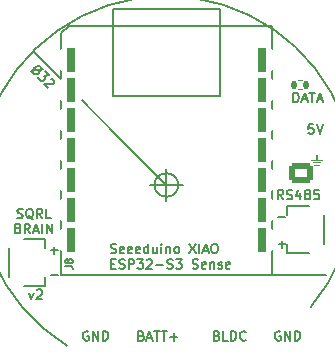
<source format=gto>
G04 #@! TF.GenerationSoftware,KiCad,Pcbnew,7.0.7*
G04 #@! TF.CreationDate,2024-03-10T21:17:58-05:00*
G04 #@! TF.ProjectId,squirrelbrain,73717569-7272-4656-9c62-7261696e2e6b,1*
G04 #@! TF.SameCoordinates,Original*
G04 #@! TF.FileFunction,Legend,Top*
G04 #@! TF.FilePolarity,Positive*
%FSLAX46Y46*%
G04 Gerber Fmt 4.6, Leading zero omitted, Abs format (unit mm)*
G04 Created by KiCad (PCBNEW 7.0.7) date 2024-03-10 21:17:58*
%MOMM*%
%LPD*%
G01*
G04 APERTURE LIST*
G04 Aperture macros list*
%AMRoundRect*
0 Rectangle with rounded corners*
0 $1 Rounding radius*
0 $2 $3 $4 $5 $6 $7 $8 $9 X,Y pos of 4 corners*
0 Add a 4 corners polygon primitive as box body*
4,1,4,$2,$3,$4,$5,$6,$7,$8,$9,$2,$3,0*
0 Add four circle primitives for the rounded corners*
1,1,$1+$1,$2,$3*
1,1,$1+$1,$4,$5*
1,1,$1+$1,$6,$7*
1,1,$1+$1,$8,$9*
0 Add four rect primitives between the rounded corners*
20,1,$1+$1,$2,$3,$4,$5,0*
20,1,$1+$1,$4,$5,$6,$7,0*
20,1,$1+$1,$6,$7,$8,$9,0*
20,1,$1+$1,$8,$9,$2,$3,0*%
G04 Aperture macros list end*
%ADD10C,0.150000*%
%ADD11C,0.120000*%
%ADD12C,0.127000*%
%ADD13RoundRect,0.135000X0.135000X0.185000X-0.135000X0.185000X-0.135000X-0.185000X0.135000X-0.185000X0*%
%ADD14R,0.800000X0.300000*%
%ADD15R,0.800000X0.400000*%
%ADD16RoundRect,1.000000X-0.375000X0.000000X0.375000X0.000000X0.375000X0.000000X-0.375000X0.000000X0*%
%ADD17R,1.700000X1.700000*%
%ADD18O,1.700000X1.700000*%
%ADD19R,3.800000X3.800000*%
%ADD20C,3.800000*%
%ADD21RoundRect,0.250000X0.725000X-0.600000X0.725000X0.600000X-0.725000X0.600000X-0.725000X-0.600000X0*%
%ADD22O,1.950000X1.700000*%
G04 APERTURE END LIST*
D10*
X59873809Y-51219296D02*
X59607142Y-50838343D01*
X59416666Y-51219296D02*
X59416666Y-50419296D01*
X59416666Y-50419296D02*
X59721428Y-50419296D01*
X59721428Y-50419296D02*
X59797618Y-50457391D01*
X59797618Y-50457391D02*
X59835713Y-50495486D01*
X59835713Y-50495486D02*
X59873809Y-50571677D01*
X59873809Y-50571677D02*
X59873809Y-50685962D01*
X59873809Y-50685962D02*
X59835713Y-50762153D01*
X59835713Y-50762153D02*
X59797618Y-50800248D01*
X59797618Y-50800248D02*
X59721428Y-50838343D01*
X59721428Y-50838343D02*
X59416666Y-50838343D01*
X60178570Y-51181201D02*
X60292856Y-51219296D01*
X60292856Y-51219296D02*
X60483332Y-51219296D01*
X60483332Y-51219296D02*
X60559523Y-51181201D01*
X60559523Y-51181201D02*
X60597618Y-51143105D01*
X60597618Y-51143105D02*
X60635713Y-51066915D01*
X60635713Y-51066915D02*
X60635713Y-50990724D01*
X60635713Y-50990724D02*
X60597618Y-50914534D01*
X60597618Y-50914534D02*
X60559523Y-50876439D01*
X60559523Y-50876439D02*
X60483332Y-50838343D01*
X60483332Y-50838343D02*
X60330951Y-50800248D01*
X60330951Y-50800248D02*
X60254761Y-50762153D01*
X60254761Y-50762153D02*
X60216666Y-50724058D01*
X60216666Y-50724058D02*
X60178570Y-50647867D01*
X60178570Y-50647867D02*
X60178570Y-50571677D01*
X60178570Y-50571677D02*
X60216666Y-50495486D01*
X60216666Y-50495486D02*
X60254761Y-50457391D01*
X60254761Y-50457391D02*
X60330951Y-50419296D01*
X60330951Y-50419296D02*
X60521428Y-50419296D01*
X60521428Y-50419296D02*
X60635713Y-50457391D01*
X61321428Y-50685962D02*
X61321428Y-51219296D01*
X61130952Y-50381201D02*
X60940475Y-50952629D01*
X60940475Y-50952629D02*
X61435714Y-50952629D01*
X61854761Y-50762153D02*
X61778571Y-50724058D01*
X61778571Y-50724058D02*
X61740476Y-50685962D01*
X61740476Y-50685962D02*
X61702380Y-50609772D01*
X61702380Y-50609772D02*
X61702380Y-50571677D01*
X61702380Y-50571677D02*
X61740476Y-50495486D01*
X61740476Y-50495486D02*
X61778571Y-50457391D01*
X61778571Y-50457391D02*
X61854761Y-50419296D01*
X61854761Y-50419296D02*
X62007142Y-50419296D01*
X62007142Y-50419296D02*
X62083333Y-50457391D01*
X62083333Y-50457391D02*
X62121428Y-50495486D01*
X62121428Y-50495486D02*
X62159523Y-50571677D01*
X62159523Y-50571677D02*
X62159523Y-50609772D01*
X62159523Y-50609772D02*
X62121428Y-50685962D01*
X62121428Y-50685962D02*
X62083333Y-50724058D01*
X62083333Y-50724058D02*
X62007142Y-50762153D01*
X62007142Y-50762153D02*
X61854761Y-50762153D01*
X61854761Y-50762153D02*
X61778571Y-50800248D01*
X61778571Y-50800248D02*
X61740476Y-50838343D01*
X61740476Y-50838343D02*
X61702380Y-50914534D01*
X61702380Y-50914534D02*
X61702380Y-51066915D01*
X61702380Y-51066915D02*
X61740476Y-51143105D01*
X61740476Y-51143105D02*
X61778571Y-51181201D01*
X61778571Y-51181201D02*
X61854761Y-51219296D01*
X61854761Y-51219296D02*
X62007142Y-51219296D01*
X62007142Y-51219296D02*
X62083333Y-51181201D01*
X62083333Y-51181201D02*
X62121428Y-51143105D01*
X62121428Y-51143105D02*
X62159523Y-51066915D01*
X62159523Y-51066915D02*
X62159523Y-50914534D01*
X62159523Y-50914534D02*
X62121428Y-50838343D01*
X62121428Y-50838343D02*
X62083333Y-50800248D01*
X62083333Y-50800248D02*
X62007142Y-50762153D01*
X62883333Y-50419296D02*
X62502381Y-50419296D01*
X62502381Y-50419296D02*
X62464285Y-50800248D01*
X62464285Y-50800248D02*
X62502381Y-50762153D01*
X62502381Y-50762153D02*
X62578571Y-50724058D01*
X62578571Y-50724058D02*
X62769047Y-50724058D01*
X62769047Y-50724058D02*
X62845238Y-50762153D01*
X62845238Y-50762153D02*
X62883333Y-50800248D01*
X62883333Y-50800248D02*
X62921428Y-50876439D01*
X62921428Y-50876439D02*
X62921428Y-51066915D01*
X62921428Y-51066915D02*
X62883333Y-51143105D01*
X62883333Y-51143105D02*
X62845238Y-51181201D01*
X62845238Y-51181201D02*
X62769047Y-51219296D01*
X62769047Y-51219296D02*
X62578571Y-51219296D01*
X62578571Y-51219296D02*
X62502381Y-51181201D01*
X62502381Y-51181201D02*
X62464285Y-51143105D01*
X60079761Y-52685467D02*
X59470238Y-52685467D01*
X60104761Y-55010467D02*
X59495238Y-55010467D01*
X59799999Y-54705705D02*
X59799999Y-55315229D01*
X40245238Y-57589534D02*
X40854762Y-57589534D01*
X40195238Y-55539534D02*
X40804762Y-55539534D01*
X40500000Y-55844296D02*
X40500000Y-55234772D01*
X38378571Y-59110962D02*
X38569047Y-59644296D01*
X38569047Y-59644296D02*
X38759524Y-59110962D01*
X39026190Y-58920486D02*
X39064286Y-58882391D01*
X39064286Y-58882391D02*
X39140476Y-58844296D01*
X39140476Y-58844296D02*
X39330952Y-58844296D01*
X39330952Y-58844296D02*
X39407143Y-58882391D01*
X39407143Y-58882391D02*
X39445238Y-58920486D01*
X39445238Y-58920486D02*
X39483333Y-58996677D01*
X39483333Y-58996677D02*
X39483333Y-59072867D01*
X39483333Y-59072867D02*
X39445238Y-59187153D01*
X39445238Y-59187153D02*
X38988095Y-59644296D01*
X38988095Y-59644296D02*
X39483333Y-59644296D01*
X51000000Y-50000001D02*
G75*
G03*
X51000000Y-50000001I-1000000J0D01*
G01*
X38725000Y-38675000D02*
X50000000Y-50000001D01*
X62199999Y-60349999D02*
G75*
G03*
X41574640Y-63600580I-12199999J10349999D01*
G01*
X48637500Y-50000001D02*
X51362500Y-50000001D01*
X50000000Y-48625000D02*
X50000000Y-51350000D01*
X58902500Y-57650000D02*
X63525000Y-57650000D01*
X43383207Y-62407390D02*
X43307017Y-62369295D01*
X43307017Y-62369295D02*
X43192731Y-62369295D01*
X43192731Y-62369295D02*
X43078445Y-62407390D01*
X43078445Y-62407390D02*
X43002255Y-62483580D01*
X43002255Y-62483580D02*
X42964160Y-62559771D01*
X42964160Y-62559771D02*
X42926064Y-62712152D01*
X42926064Y-62712152D02*
X42926064Y-62826438D01*
X42926064Y-62826438D02*
X42964160Y-62978819D01*
X42964160Y-62978819D02*
X43002255Y-63055009D01*
X43002255Y-63055009D02*
X43078445Y-63131200D01*
X43078445Y-63131200D02*
X43192731Y-63169295D01*
X43192731Y-63169295D02*
X43268922Y-63169295D01*
X43268922Y-63169295D02*
X43383207Y-63131200D01*
X43383207Y-63131200D02*
X43421303Y-63093104D01*
X43421303Y-63093104D02*
X43421303Y-62826438D01*
X43421303Y-62826438D02*
X43268922Y-62826438D01*
X43764160Y-63169295D02*
X43764160Y-62369295D01*
X43764160Y-62369295D02*
X44221303Y-63169295D01*
X44221303Y-63169295D02*
X44221303Y-62369295D01*
X44602255Y-63169295D02*
X44602255Y-62369295D01*
X44602255Y-62369295D02*
X44792731Y-62369295D01*
X44792731Y-62369295D02*
X44907017Y-62407390D01*
X44907017Y-62407390D02*
X44983207Y-62483580D01*
X44983207Y-62483580D02*
X45021302Y-62559771D01*
X45021302Y-62559771D02*
X45059398Y-62712152D01*
X45059398Y-62712152D02*
X45059398Y-62826438D01*
X45059398Y-62826438D02*
X45021302Y-62978819D01*
X45021302Y-62978819D02*
X44983207Y-63055009D01*
X44983207Y-63055009D02*
X44907017Y-63131200D01*
X44907017Y-63131200D02*
X44792731Y-63169295D01*
X44792731Y-63169295D02*
X44602255Y-63169295D01*
X59633207Y-62407390D02*
X59557017Y-62369295D01*
X59557017Y-62369295D02*
X59442731Y-62369295D01*
X59442731Y-62369295D02*
X59328445Y-62407390D01*
X59328445Y-62407390D02*
X59252255Y-62483580D01*
X59252255Y-62483580D02*
X59214160Y-62559771D01*
X59214160Y-62559771D02*
X59176064Y-62712152D01*
X59176064Y-62712152D02*
X59176064Y-62826438D01*
X59176064Y-62826438D02*
X59214160Y-62978819D01*
X59214160Y-62978819D02*
X59252255Y-63055009D01*
X59252255Y-63055009D02*
X59328445Y-63131200D01*
X59328445Y-63131200D02*
X59442731Y-63169295D01*
X59442731Y-63169295D02*
X59518922Y-63169295D01*
X59518922Y-63169295D02*
X59633207Y-63131200D01*
X59633207Y-63131200D02*
X59671303Y-63093104D01*
X59671303Y-63093104D02*
X59671303Y-62826438D01*
X59671303Y-62826438D02*
X59518922Y-62826438D01*
X60014160Y-63169295D02*
X60014160Y-62369295D01*
X60014160Y-62369295D02*
X60471303Y-63169295D01*
X60471303Y-63169295D02*
X60471303Y-62369295D01*
X60852255Y-63169295D02*
X60852255Y-62369295D01*
X60852255Y-62369295D02*
X61042731Y-62369295D01*
X61042731Y-62369295D02*
X61157017Y-62407390D01*
X61157017Y-62407390D02*
X61233207Y-62483580D01*
X61233207Y-62483580D02*
X61271302Y-62559771D01*
X61271302Y-62559771D02*
X61309398Y-62712152D01*
X61309398Y-62712152D02*
X61309398Y-62826438D01*
X61309398Y-62826438D02*
X61271302Y-62978819D01*
X61271302Y-62978819D02*
X61233207Y-63055009D01*
X61233207Y-63055009D02*
X61157017Y-63131200D01*
X61157017Y-63131200D02*
X61042731Y-63169295D01*
X61042731Y-63169295D02*
X60852255Y-63169295D01*
X62445112Y-44844295D02*
X62064160Y-44844295D01*
X62064160Y-44844295D02*
X62026064Y-45225247D01*
X62026064Y-45225247D02*
X62064160Y-45187152D01*
X62064160Y-45187152D02*
X62140350Y-45149057D01*
X62140350Y-45149057D02*
X62330826Y-45149057D01*
X62330826Y-45149057D02*
X62407017Y-45187152D01*
X62407017Y-45187152D02*
X62445112Y-45225247D01*
X62445112Y-45225247D02*
X62483207Y-45301438D01*
X62483207Y-45301438D02*
X62483207Y-45491914D01*
X62483207Y-45491914D02*
X62445112Y-45568104D01*
X62445112Y-45568104D02*
X62407017Y-45606200D01*
X62407017Y-45606200D02*
X62330826Y-45644295D01*
X62330826Y-45644295D02*
X62140350Y-45644295D01*
X62140350Y-45644295D02*
X62064160Y-45606200D01*
X62064160Y-45606200D02*
X62026064Y-45568104D01*
X62711779Y-44844295D02*
X62978446Y-45644295D01*
X62978446Y-45644295D02*
X63245112Y-44844295D01*
X39517181Y-40211322D02*
X38520497Y-40346009D01*
X38682121Y-40507633D02*
X38655184Y-40426821D01*
X38655184Y-40426821D02*
X38655184Y-40319072D01*
X38655184Y-40319072D02*
X38735996Y-40184385D01*
X38735996Y-40184385D02*
X38924558Y-39995823D01*
X38924558Y-39995823D02*
X39059245Y-39915011D01*
X39059245Y-39915011D02*
X39166995Y-39915011D01*
X39166995Y-39915011D02*
X39247807Y-39941948D01*
X39247807Y-39941948D02*
X39355557Y-40049698D01*
X39355557Y-40049698D02*
X39382494Y-40130510D01*
X39382494Y-40130510D02*
X39382494Y-40238259D01*
X39382494Y-40238259D02*
X39301682Y-40372946D01*
X39301682Y-40372946D02*
X39113120Y-40561508D01*
X39113120Y-40561508D02*
X38978433Y-40642320D01*
X38978433Y-40642320D02*
X38870683Y-40642320D01*
X38870683Y-40642320D02*
X38789871Y-40615383D01*
X38789871Y-40615383D02*
X38682121Y-40507633D01*
X39678805Y-40372946D02*
X40028991Y-40723132D01*
X40028991Y-40723132D02*
X39624930Y-40750070D01*
X39624930Y-40750070D02*
X39705743Y-40830882D01*
X39705743Y-40830882D02*
X39732680Y-40911694D01*
X39732680Y-40911694D02*
X39732680Y-40965569D01*
X39732680Y-40965569D02*
X39705743Y-41046381D01*
X39705743Y-41046381D02*
X39571056Y-41181068D01*
X39571056Y-41181068D02*
X39490243Y-41208006D01*
X39490243Y-41208006D02*
X39436369Y-41208006D01*
X39436369Y-41208006D02*
X39355556Y-41181068D01*
X39355556Y-41181068D02*
X39193932Y-41019444D01*
X39193932Y-41019444D02*
X39166995Y-40938632D01*
X39166995Y-40938632D02*
X39166995Y-40884757D01*
X40190616Y-40992507D02*
X40244491Y-40992507D01*
X40244491Y-40992507D02*
X40325303Y-41019444D01*
X40325303Y-41019444D02*
X40459990Y-41154131D01*
X40459990Y-41154131D02*
X40486927Y-41234943D01*
X40486927Y-41234943D02*
X40486927Y-41288818D01*
X40486927Y-41288818D02*
X40459990Y-41369630D01*
X40459990Y-41369630D02*
X40406115Y-41423505D01*
X40406115Y-41423505D02*
X40298366Y-41477380D01*
X40298366Y-41477380D02*
X39651868Y-41477380D01*
X39651868Y-41477380D02*
X40002054Y-41827566D01*
X60739160Y-42969295D02*
X60739160Y-42169295D01*
X60739160Y-42169295D02*
X60929636Y-42169295D01*
X60929636Y-42169295D02*
X61043922Y-42207390D01*
X61043922Y-42207390D02*
X61120112Y-42283580D01*
X61120112Y-42283580D02*
X61158207Y-42359771D01*
X61158207Y-42359771D02*
X61196303Y-42512152D01*
X61196303Y-42512152D02*
X61196303Y-42626438D01*
X61196303Y-42626438D02*
X61158207Y-42778819D01*
X61158207Y-42778819D02*
X61120112Y-42855009D01*
X61120112Y-42855009D02*
X61043922Y-42931200D01*
X61043922Y-42931200D02*
X60929636Y-42969295D01*
X60929636Y-42969295D02*
X60739160Y-42969295D01*
X61501064Y-42740723D02*
X61882017Y-42740723D01*
X61424874Y-42969295D02*
X61691541Y-42169295D01*
X61691541Y-42169295D02*
X61958207Y-42969295D01*
X62110588Y-42169295D02*
X62567731Y-42169295D01*
X62339159Y-42969295D02*
X62339159Y-42169295D01*
X62796302Y-42740723D02*
X63177255Y-42740723D01*
X62720112Y-42969295D02*
X62986779Y-42169295D01*
X62986779Y-42169295D02*
X63253445Y-42969295D01*
X47880826Y-62750247D02*
X47995112Y-62788342D01*
X47995112Y-62788342D02*
X48033207Y-62826438D01*
X48033207Y-62826438D02*
X48071303Y-62902628D01*
X48071303Y-62902628D02*
X48071303Y-63016914D01*
X48071303Y-63016914D02*
X48033207Y-63093104D01*
X48033207Y-63093104D02*
X47995112Y-63131200D01*
X47995112Y-63131200D02*
X47918922Y-63169295D01*
X47918922Y-63169295D02*
X47614160Y-63169295D01*
X47614160Y-63169295D02*
X47614160Y-62369295D01*
X47614160Y-62369295D02*
X47880826Y-62369295D01*
X47880826Y-62369295D02*
X47957017Y-62407390D01*
X47957017Y-62407390D02*
X47995112Y-62445485D01*
X47995112Y-62445485D02*
X48033207Y-62521676D01*
X48033207Y-62521676D02*
X48033207Y-62597866D01*
X48033207Y-62597866D02*
X47995112Y-62674057D01*
X47995112Y-62674057D02*
X47957017Y-62712152D01*
X47957017Y-62712152D02*
X47880826Y-62750247D01*
X47880826Y-62750247D02*
X47614160Y-62750247D01*
X48376064Y-62940723D02*
X48757017Y-62940723D01*
X48299874Y-63169295D02*
X48566541Y-62369295D01*
X48566541Y-62369295D02*
X48833207Y-63169295D01*
X48985588Y-62369295D02*
X49442731Y-62369295D01*
X49214159Y-63169295D02*
X49214159Y-62369295D01*
X49595112Y-62369295D02*
X50052255Y-62369295D01*
X49823683Y-63169295D02*
X49823683Y-62369295D01*
X50318922Y-62864533D02*
X50928446Y-62864533D01*
X50623684Y-63169295D02*
X50623684Y-62559771D01*
X37378571Y-52768201D02*
X37492857Y-52806296D01*
X37492857Y-52806296D02*
X37683333Y-52806296D01*
X37683333Y-52806296D02*
X37759524Y-52768201D01*
X37759524Y-52768201D02*
X37797619Y-52730105D01*
X37797619Y-52730105D02*
X37835714Y-52653915D01*
X37835714Y-52653915D02*
X37835714Y-52577724D01*
X37835714Y-52577724D02*
X37797619Y-52501534D01*
X37797619Y-52501534D02*
X37759524Y-52463439D01*
X37759524Y-52463439D02*
X37683333Y-52425343D01*
X37683333Y-52425343D02*
X37530952Y-52387248D01*
X37530952Y-52387248D02*
X37454762Y-52349153D01*
X37454762Y-52349153D02*
X37416667Y-52311058D01*
X37416667Y-52311058D02*
X37378571Y-52234867D01*
X37378571Y-52234867D02*
X37378571Y-52158677D01*
X37378571Y-52158677D02*
X37416667Y-52082486D01*
X37416667Y-52082486D02*
X37454762Y-52044391D01*
X37454762Y-52044391D02*
X37530952Y-52006296D01*
X37530952Y-52006296D02*
X37721429Y-52006296D01*
X37721429Y-52006296D02*
X37835714Y-52044391D01*
X38711905Y-52882486D02*
X38635715Y-52844391D01*
X38635715Y-52844391D02*
X38559524Y-52768201D01*
X38559524Y-52768201D02*
X38445238Y-52653915D01*
X38445238Y-52653915D02*
X38369048Y-52615820D01*
X38369048Y-52615820D02*
X38292857Y-52615820D01*
X38330953Y-52806296D02*
X38254762Y-52768201D01*
X38254762Y-52768201D02*
X38178572Y-52692010D01*
X38178572Y-52692010D02*
X38140476Y-52539629D01*
X38140476Y-52539629D02*
X38140476Y-52272962D01*
X38140476Y-52272962D02*
X38178572Y-52120581D01*
X38178572Y-52120581D02*
X38254762Y-52044391D01*
X38254762Y-52044391D02*
X38330953Y-52006296D01*
X38330953Y-52006296D02*
X38483334Y-52006296D01*
X38483334Y-52006296D02*
X38559524Y-52044391D01*
X38559524Y-52044391D02*
X38635715Y-52120581D01*
X38635715Y-52120581D02*
X38673810Y-52272962D01*
X38673810Y-52272962D02*
X38673810Y-52539629D01*
X38673810Y-52539629D02*
X38635715Y-52692010D01*
X38635715Y-52692010D02*
X38559524Y-52768201D01*
X38559524Y-52768201D02*
X38483334Y-52806296D01*
X38483334Y-52806296D02*
X38330953Y-52806296D01*
X39473810Y-52806296D02*
X39207143Y-52425343D01*
X39016667Y-52806296D02*
X39016667Y-52006296D01*
X39016667Y-52006296D02*
X39321429Y-52006296D01*
X39321429Y-52006296D02*
X39397619Y-52044391D01*
X39397619Y-52044391D02*
X39435714Y-52082486D01*
X39435714Y-52082486D02*
X39473810Y-52158677D01*
X39473810Y-52158677D02*
X39473810Y-52272962D01*
X39473810Y-52272962D02*
X39435714Y-52349153D01*
X39435714Y-52349153D02*
X39397619Y-52387248D01*
X39397619Y-52387248D02*
X39321429Y-52425343D01*
X39321429Y-52425343D02*
X39016667Y-52425343D01*
X40197619Y-52806296D02*
X39816667Y-52806296D01*
X39816667Y-52806296D02*
X39816667Y-52006296D01*
X37454762Y-53675248D02*
X37569048Y-53713343D01*
X37569048Y-53713343D02*
X37607143Y-53751439D01*
X37607143Y-53751439D02*
X37645239Y-53827629D01*
X37645239Y-53827629D02*
X37645239Y-53941915D01*
X37645239Y-53941915D02*
X37607143Y-54018105D01*
X37607143Y-54018105D02*
X37569048Y-54056201D01*
X37569048Y-54056201D02*
X37492858Y-54094296D01*
X37492858Y-54094296D02*
X37188096Y-54094296D01*
X37188096Y-54094296D02*
X37188096Y-53294296D01*
X37188096Y-53294296D02*
X37454762Y-53294296D01*
X37454762Y-53294296D02*
X37530953Y-53332391D01*
X37530953Y-53332391D02*
X37569048Y-53370486D01*
X37569048Y-53370486D02*
X37607143Y-53446677D01*
X37607143Y-53446677D02*
X37607143Y-53522867D01*
X37607143Y-53522867D02*
X37569048Y-53599058D01*
X37569048Y-53599058D02*
X37530953Y-53637153D01*
X37530953Y-53637153D02*
X37454762Y-53675248D01*
X37454762Y-53675248D02*
X37188096Y-53675248D01*
X38445239Y-54094296D02*
X38178572Y-53713343D01*
X37988096Y-54094296D02*
X37988096Y-53294296D01*
X37988096Y-53294296D02*
X38292858Y-53294296D01*
X38292858Y-53294296D02*
X38369048Y-53332391D01*
X38369048Y-53332391D02*
X38407143Y-53370486D01*
X38407143Y-53370486D02*
X38445239Y-53446677D01*
X38445239Y-53446677D02*
X38445239Y-53560962D01*
X38445239Y-53560962D02*
X38407143Y-53637153D01*
X38407143Y-53637153D02*
X38369048Y-53675248D01*
X38369048Y-53675248D02*
X38292858Y-53713343D01*
X38292858Y-53713343D02*
X37988096Y-53713343D01*
X38750000Y-53865724D02*
X39130953Y-53865724D01*
X38673810Y-54094296D02*
X38940477Y-53294296D01*
X38940477Y-53294296D02*
X39207143Y-54094296D01*
X39473810Y-54094296D02*
X39473810Y-53294296D01*
X39854762Y-54094296D02*
X39854762Y-53294296D01*
X39854762Y-53294296D02*
X40311905Y-54094296D01*
X40311905Y-54094296D02*
X40311905Y-53294296D01*
X45276064Y-55743201D02*
X45390350Y-55781296D01*
X45390350Y-55781296D02*
X45580826Y-55781296D01*
X45580826Y-55781296D02*
X45657017Y-55743201D01*
X45657017Y-55743201D02*
X45695112Y-55705105D01*
X45695112Y-55705105D02*
X45733207Y-55628915D01*
X45733207Y-55628915D02*
X45733207Y-55552724D01*
X45733207Y-55552724D02*
X45695112Y-55476534D01*
X45695112Y-55476534D02*
X45657017Y-55438439D01*
X45657017Y-55438439D02*
X45580826Y-55400343D01*
X45580826Y-55400343D02*
X45428445Y-55362248D01*
X45428445Y-55362248D02*
X45352255Y-55324153D01*
X45352255Y-55324153D02*
X45314160Y-55286058D01*
X45314160Y-55286058D02*
X45276064Y-55209867D01*
X45276064Y-55209867D02*
X45276064Y-55133677D01*
X45276064Y-55133677D02*
X45314160Y-55057486D01*
X45314160Y-55057486D02*
X45352255Y-55019391D01*
X45352255Y-55019391D02*
X45428445Y-54981296D01*
X45428445Y-54981296D02*
X45618922Y-54981296D01*
X45618922Y-54981296D02*
X45733207Y-55019391D01*
X46380827Y-55743201D02*
X46304636Y-55781296D01*
X46304636Y-55781296D02*
X46152255Y-55781296D01*
X46152255Y-55781296D02*
X46076065Y-55743201D01*
X46076065Y-55743201D02*
X46037969Y-55667010D01*
X46037969Y-55667010D02*
X46037969Y-55362248D01*
X46037969Y-55362248D02*
X46076065Y-55286058D01*
X46076065Y-55286058D02*
X46152255Y-55247962D01*
X46152255Y-55247962D02*
X46304636Y-55247962D01*
X46304636Y-55247962D02*
X46380827Y-55286058D01*
X46380827Y-55286058D02*
X46418922Y-55362248D01*
X46418922Y-55362248D02*
X46418922Y-55438439D01*
X46418922Y-55438439D02*
X46037969Y-55514629D01*
X47066541Y-55743201D02*
X46990350Y-55781296D01*
X46990350Y-55781296D02*
X46837969Y-55781296D01*
X46837969Y-55781296D02*
X46761779Y-55743201D01*
X46761779Y-55743201D02*
X46723683Y-55667010D01*
X46723683Y-55667010D02*
X46723683Y-55362248D01*
X46723683Y-55362248D02*
X46761779Y-55286058D01*
X46761779Y-55286058D02*
X46837969Y-55247962D01*
X46837969Y-55247962D02*
X46990350Y-55247962D01*
X46990350Y-55247962D02*
X47066541Y-55286058D01*
X47066541Y-55286058D02*
X47104636Y-55362248D01*
X47104636Y-55362248D02*
X47104636Y-55438439D01*
X47104636Y-55438439D02*
X46723683Y-55514629D01*
X47752255Y-55743201D02*
X47676064Y-55781296D01*
X47676064Y-55781296D02*
X47523683Y-55781296D01*
X47523683Y-55781296D02*
X47447493Y-55743201D01*
X47447493Y-55743201D02*
X47409397Y-55667010D01*
X47409397Y-55667010D02*
X47409397Y-55362248D01*
X47409397Y-55362248D02*
X47447493Y-55286058D01*
X47447493Y-55286058D02*
X47523683Y-55247962D01*
X47523683Y-55247962D02*
X47676064Y-55247962D01*
X47676064Y-55247962D02*
X47752255Y-55286058D01*
X47752255Y-55286058D02*
X47790350Y-55362248D01*
X47790350Y-55362248D02*
X47790350Y-55438439D01*
X47790350Y-55438439D02*
X47409397Y-55514629D01*
X48476064Y-55781296D02*
X48476064Y-54981296D01*
X48476064Y-55743201D02*
X48399873Y-55781296D01*
X48399873Y-55781296D02*
X48247492Y-55781296D01*
X48247492Y-55781296D02*
X48171302Y-55743201D01*
X48171302Y-55743201D02*
X48133207Y-55705105D01*
X48133207Y-55705105D02*
X48095111Y-55628915D01*
X48095111Y-55628915D02*
X48095111Y-55400343D01*
X48095111Y-55400343D02*
X48133207Y-55324153D01*
X48133207Y-55324153D02*
X48171302Y-55286058D01*
X48171302Y-55286058D02*
X48247492Y-55247962D01*
X48247492Y-55247962D02*
X48399873Y-55247962D01*
X48399873Y-55247962D02*
X48476064Y-55286058D01*
X49199874Y-55247962D02*
X49199874Y-55781296D01*
X48857017Y-55247962D02*
X48857017Y-55667010D01*
X48857017Y-55667010D02*
X48895112Y-55743201D01*
X48895112Y-55743201D02*
X48971302Y-55781296D01*
X48971302Y-55781296D02*
X49085588Y-55781296D01*
X49085588Y-55781296D02*
X49161779Y-55743201D01*
X49161779Y-55743201D02*
X49199874Y-55705105D01*
X49580827Y-55781296D02*
X49580827Y-55247962D01*
X49580827Y-54981296D02*
X49542731Y-55019391D01*
X49542731Y-55019391D02*
X49580827Y-55057486D01*
X49580827Y-55057486D02*
X49618922Y-55019391D01*
X49618922Y-55019391D02*
X49580827Y-54981296D01*
X49580827Y-54981296D02*
X49580827Y-55057486D01*
X49961779Y-55247962D02*
X49961779Y-55781296D01*
X49961779Y-55324153D02*
X49999874Y-55286058D01*
X49999874Y-55286058D02*
X50076064Y-55247962D01*
X50076064Y-55247962D02*
X50190350Y-55247962D01*
X50190350Y-55247962D02*
X50266541Y-55286058D01*
X50266541Y-55286058D02*
X50304636Y-55362248D01*
X50304636Y-55362248D02*
X50304636Y-55781296D01*
X50799874Y-55781296D02*
X50723684Y-55743201D01*
X50723684Y-55743201D02*
X50685589Y-55705105D01*
X50685589Y-55705105D02*
X50647493Y-55628915D01*
X50647493Y-55628915D02*
X50647493Y-55400343D01*
X50647493Y-55400343D02*
X50685589Y-55324153D01*
X50685589Y-55324153D02*
X50723684Y-55286058D01*
X50723684Y-55286058D02*
X50799874Y-55247962D01*
X50799874Y-55247962D02*
X50914160Y-55247962D01*
X50914160Y-55247962D02*
X50990351Y-55286058D01*
X50990351Y-55286058D02*
X51028446Y-55324153D01*
X51028446Y-55324153D02*
X51066541Y-55400343D01*
X51066541Y-55400343D02*
X51066541Y-55628915D01*
X51066541Y-55628915D02*
X51028446Y-55705105D01*
X51028446Y-55705105D02*
X50990351Y-55743201D01*
X50990351Y-55743201D02*
X50914160Y-55781296D01*
X50914160Y-55781296D02*
X50799874Y-55781296D01*
X51942732Y-54981296D02*
X52476066Y-55781296D01*
X52476066Y-54981296D02*
X51942732Y-55781296D01*
X52780828Y-55781296D02*
X52780828Y-54981296D01*
X53123684Y-55552724D02*
X53504637Y-55552724D01*
X53047494Y-55781296D02*
X53314161Y-54981296D01*
X53314161Y-54981296D02*
X53580827Y-55781296D01*
X53999875Y-54981296D02*
X54152256Y-54981296D01*
X54152256Y-54981296D02*
X54228446Y-55019391D01*
X54228446Y-55019391D02*
X54304637Y-55095581D01*
X54304637Y-55095581D02*
X54342732Y-55247962D01*
X54342732Y-55247962D02*
X54342732Y-55514629D01*
X54342732Y-55514629D02*
X54304637Y-55667010D01*
X54304637Y-55667010D02*
X54228446Y-55743201D01*
X54228446Y-55743201D02*
X54152256Y-55781296D01*
X54152256Y-55781296D02*
X53999875Y-55781296D01*
X53999875Y-55781296D02*
X53923684Y-55743201D01*
X53923684Y-55743201D02*
X53847494Y-55667010D01*
X53847494Y-55667010D02*
X53809398Y-55514629D01*
X53809398Y-55514629D02*
X53809398Y-55247962D01*
X53809398Y-55247962D02*
X53847494Y-55095581D01*
X53847494Y-55095581D02*
X53923684Y-55019391D01*
X53923684Y-55019391D02*
X53999875Y-54981296D01*
X45314160Y-56650248D02*
X45580826Y-56650248D01*
X45695112Y-57069296D02*
X45314160Y-57069296D01*
X45314160Y-57069296D02*
X45314160Y-56269296D01*
X45314160Y-56269296D02*
X45695112Y-56269296D01*
X45999874Y-57031201D02*
X46114160Y-57069296D01*
X46114160Y-57069296D02*
X46304636Y-57069296D01*
X46304636Y-57069296D02*
X46380827Y-57031201D01*
X46380827Y-57031201D02*
X46418922Y-56993105D01*
X46418922Y-56993105D02*
X46457017Y-56916915D01*
X46457017Y-56916915D02*
X46457017Y-56840724D01*
X46457017Y-56840724D02*
X46418922Y-56764534D01*
X46418922Y-56764534D02*
X46380827Y-56726439D01*
X46380827Y-56726439D02*
X46304636Y-56688343D01*
X46304636Y-56688343D02*
X46152255Y-56650248D01*
X46152255Y-56650248D02*
X46076065Y-56612153D01*
X46076065Y-56612153D02*
X46037970Y-56574058D01*
X46037970Y-56574058D02*
X45999874Y-56497867D01*
X45999874Y-56497867D02*
X45999874Y-56421677D01*
X45999874Y-56421677D02*
X46037970Y-56345486D01*
X46037970Y-56345486D02*
X46076065Y-56307391D01*
X46076065Y-56307391D02*
X46152255Y-56269296D01*
X46152255Y-56269296D02*
X46342732Y-56269296D01*
X46342732Y-56269296D02*
X46457017Y-56307391D01*
X46799875Y-57069296D02*
X46799875Y-56269296D01*
X46799875Y-56269296D02*
X47104637Y-56269296D01*
X47104637Y-56269296D02*
X47180827Y-56307391D01*
X47180827Y-56307391D02*
X47218922Y-56345486D01*
X47218922Y-56345486D02*
X47257018Y-56421677D01*
X47257018Y-56421677D02*
X47257018Y-56535962D01*
X47257018Y-56535962D02*
X47218922Y-56612153D01*
X47218922Y-56612153D02*
X47180827Y-56650248D01*
X47180827Y-56650248D02*
X47104637Y-56688343D01*
X47104637Y-56688343D02*
X46799875Y-56688343D01*
X47523684Y-56269296D02*
X48018922Y-56269296D01*
X48018922Y-56269296D02*
X47752256Y-56574058D01*
X47752256Y-56574058D02*
X47866541Y-56574058D01*
X47866541Y-56574058D02*
X47942732Y-56612153D01*
X47942732Y-56612153D02*
X47980827Y-56650248D01*
X47980827Y-56650248D02*
X48018922Y-56726439D01*
X48018922Y-56726439D02*
X48018922Y-56916915D01*
X48018922Y-56916915D02*
X47980827Y-56993105D01*
X47980827Y-56993105D02*
X47942732Y-57031201D01*
X47942732Y-57031201D02*
X47866541Y-57069296D01*
X47866541Y-57069296D02*
X47637970Y-57069296D01*
X47637970Y-57069296D02*
X47561779Y-57031201D01*
X47561779Y-57031201D02*
X47523684Y-56993105D01*
X48323684Y-56345486D02*
X48361780Y-56307391D01*
X48361780Y-56307391D02*
X48437970Y-56269296D01*
X48437970Y-56269296D02*
X48628446Y-56269296D01*
X48628446Y-56269296D02*
X48704637Y-56307391D01*
X48704637Y-56307391D02*
X48742732Y-56345486D01*
X48742732Y-56345486D02*
X48780827Y-56421677D01*
X48780827Y-56421677D02*
X48780827Y-56497867D01*
X48780827Y-56497867D02*
X48742732Y-56612153D01*
X48742732Y-56612153D02*
X48285589Y-57069296D01*
X48285589Y-57069296D02*
X48780827Y-57069296D01*
X49123685Y-56764534D02*
X49733209Y-56764534D01*
X50076065Y-57031201D02*
X50190351Y-57069296D01*
X50190351Y-57069296D02*
X50380827Y-57069296D01*
X50380827Y-57069296D02*
X50457018Y-57031201D01*
X50457018Y-57031201D02*
X50495113Y-56993105D01*
X50495113Y-56993105D02*
X50533208Y-56916915D01*
X50533208Y-56916915D02*
X50533208Y-56840724D01*
X50533208Y-56840724D02*
X50495113Y-56764534D01*
X50495113Y-56764534D02*
X50457018Y-56726439D01*
X50457018Y-56726439D02*
X50380827Y-56688343D01*
X50380827Y-56688343D02*
X50228446Y-56650248D01*
X50228446Y-56650248D02*
X50152256Y-56612153D01*
X50152256Y-56612153D02*
X50114161Y-56574058D01*
X50114161Y-56574058D02*
X50076065Y-56497867D01*
X50076065Y-56497867D02*
X50076065Y-56421677D01*
X50076065Y-56421677D02*
X50114161Y-56345486D01*
X50114161Y-56345486D02*
X50152256Y-56307391D01*
X50152256Y-56307391D02*
X50228446Y-56269296D01*
X50228446Y-56269296D02*
X50418923Y-56269296D01*
X50418923Y-56269296D02*
X50533208Y-56307391D01*
X50799875Y-56269296D02*
X51295113Y-56269296D01*
X51295113Y-56269296D02*
X51028447Y-56574058D01*
X51028447Y-56574058D02*
X51142732Y-56574058D01*
X51142732Y-56574058D02*
X51218923Y-56612153D01*
X51218923Y-56612153D02*
X51257018Y-56650248D01*
X51257018Y-56650248D02*
X51295113Y-56726439D01*
X51295113Y-56726439D02*
X51295113Y-56916915D01*
X51295113Y-56916915D02*
X51257018Y-56993105D01*
X51257018Y-56993105D02*
X51218923Y-57031201D01*
X51218923Y-57031201D02*
X51142732Y-57069296D01*
X51142732Y-57069296D02*
X50914161Y-57069296D01*
X50914161Y-57069296D02*
X50837970Y-57031201D01*
X50837970Y-57031201D02*
X50799875Y-56993105D01*
X52209399Y-57031201D02*
X52323685Y-57069296D01*
X52323685Y-57069296D02*
X52514161Y-57069296D01*
X52514161Y-57069296D02*
X52590352Y-57031201D01*
X52590352Y-57031201D02*
X52628447Y-56993105D01*
X52628447Y-56993105D02*
X52666542Y-56916915D01*
X52666542Y-56916915D02*
X52666542Y-56840724D01*
X52666542Y-56840724D02*
X52628447Y-56764534D01*
X52628447Y-56764534D02*
X52590352Y-56726439D01*
X52590352Y-56726439D02*
X52514161Y-56688343D01*
X52514161Y-56688343D02*
X52361780Y-56650248D01*
X52361780Y-56650248D02*
X52285590Y-56612153D01*
X52285590Y-56612153D02*
X52247495Y-56574058D01*
X52247495Y-56574058D02*
X52209399Y-56497867D01*
X52209399Y-56497867D02*
X52209399Y-56421677D01*
X52209399Y-56421677D02*
X52247495Y-56345486D01*
X52247495Y-56345486D02*
X52285590Y-56307391D01*
X52285590Y-56307391D02*
X52361780Y-56269296D01*
X52361780Y-56269296D02*
X52552257Y-56269296D01*
X52552257Y-56269296D02*
X52666542Y-56307391D01*
X53314162Y-57031201D02*
X53237971Y-57069296D01*
X53237971Y-57069296D02*
X53085590Y-57069296D01*
X53085590Y-57069296D02*
X53009400Y-57031201D01*
X53009400Y-57031201D02*
X52971304Y-56955010D01*
X52971304Y-56955010D02*
X52971304Y-56650248D01*
X52971304Y-56650248D02*
X53009400Y-56574058D01*
X53009400Y-56574058D02*
X53085590Y-56535962D01*
X53085590Y-56535962D02*
X53237971Y-56535962D01*
X53237971Y-56535962D02*
X53314162Y-56574058D01*
X53314162Y-56574058D02*
X53352257Y-56650248D01*
X53352257Y-56650248D02*
X53352257Y-56726439D01*
X53352257Y-56726439D02*
X52971304Y-56802629D01*
X53695114Y-56535962D02*
X53695114Y-57069296D01*
X53695114Y-56612153D02*
X53733209Y-56574058D01*
X53733209Y-56574058D02*
X53809399Y-56535962D01*
X53809399Y-56535962D02*
X53923685Y-56535962D01*
X53923685Y-56535962D02*
X53999876Y-56574058D01*
X53999876Y-56574058D02*
X54037971Y-56650248D01*
X54037971Y-56650248D02*
X54037971Y-57069296D01*
X54380828Y-57031201D02*
X54457019Y-57069296D01*
X54457019Y-57069296D02*
X54609400Y-57069296D01*
X54609400Y-57069296D02*
X54685590Y-57031201D01*
X54685590Y-57031201D02*
X54723686Y-56955010D01*
X54723686Y-56955010D02*
X54723686Y-56916915D01*
X54723686Y-56916915D02*
X54685590Y-56840724D01*
X54685590Y-56840724D02*
X54609400Y-56802629D01*
X54609400Y-56802629D02*
X54495114Y-56802629D01*
X54495114Y-56802629D02*
X54418924Y-56764534D01*
X54418924Y-56764534D02*
X54380828Y-56688343D01*
X54380828Y-56688343D02*
X54380828Y-56650248D01*
X54380828Y-56650248D02*
X54418924Y-56574058D01*
X54418924Y-56574058D02*
X54495114Y-56535962D01*
X54495114Y-56535962D02*
X54609400Y-56535962D01*
X54609400Y-56535962D02*
X54685590Y-56574058D01*
X55371305Y-57031201D02*
X55295114Y-57069296D01*
X55295114Y-57069296D02*
X55142733Y-57069296D01*
X55142733Y-57069296D02*
X55066543Y-57031201D01*
X55066543Y-57031201D02*
X55028447Y-56955010D01*
X55028447Y-56955010D02*
X55028447Y-56650248D01*
X55028447Y-56650248D02*
X55066543Y-56574058D01*
X55066543Y-56574058D02*
X55142733Y-56535962D01*
X55142733Y-56535962D02*
X55295114Y-56535962D01*
X55295114Y-56535962D02*
X55371305Y-56574058D01*
X55371305Y-56574058D02*
X55409400Y-56650248D01*
X55409400Y-56650248D02*
X55409400Y-56726439D01*
X55409400Y-56726439D02*
X55028447Y-56802629D01*
X54280826Y-62750247D02*
X54395112Y-62788342D01*
X54395112Y-62788342D02*
X54433207Y-62826438D01*
X54433207Y-62826438D02*
X54471303Y-62902628D01*
X54471303Y-62902628D02*
X54471303Y-63016914D01*
X54471303Y-63016914D02*
X54433207Y-63093104D01*
X54433207Y-63093104D02*
X54395112Y-63131200D01*
X54395112Y-63131200D02*
X54318922Y-63169295D01*
X54318922Y-63169295D02*
X54014160Y-63169295D01*
X54014160Y-63169295D02*
X54014160Y-62369295D01*
X54014160Y-62369295D02*
X54280826Y-62369295D01*
X54280826Y-62369295D02*
X54357017Y-62407390D01*
X54357017Y-62407390D02*
X54395112Y-62445485D01*
X54395112Y-62445485D02*
X54433207Y-62521676D01*
X54433207Y-62521676D02*
X54433207Y-62597866D01*
X54433207Y-62597866D02*
X54395112Y-62674057D01*
X54395112Y-62674057D02*
X54357017Y-62712152D01*
X54357017Y-62712152D02*
X54280826Y-62750247D01*
X54280826Y-62750247D02*
X54014160Y-62750247D01*
X55195112Y-63169295D02*
X54814160Y-63169295D01*
X54814160Y-63169295D02*
X54814160Y-62369295D01*
X55461779Y-63169295D02*
X55461779Y-62369295D01*
X55461779Y-62369295D02*
X55652255Y-62369295D01*
X55652255Y-62369295D02*
X55766541Y-62407390D01*
X55766541Y-62407390D02*
X55842731Y-62483580D01*
X55842731Y-62483580D02*
X55880826Y-62559771D01*
X55880826Y-62559771D02*
X55918922Y-62712152D01*
X55918922Y-62712152D02*
X55918922Y-62826438D01*
X55918922Y-62826438D02*
X55880826Y-62978819D01*
X55880826Y-62978819D02*
X55842731Y-63055009D01*
X55842731Y-63055009D02*
X55766541Y-63131200D01*
X55766541Y-63131200D02*
X55652255Y-63169295D01*
X55652255Y-63169295D02*
X55461779Y-63169295D01*
X56718922Y-63093104D02*
X56680826Y-63131200D01*
X56680826Y-63131200D02*
X56566541Y-63169295D01*
X56566541Y-63169295D02*
X56490350Y-63169295D01*
X56490350Y-63169295D02*
X56376064Y-63131200D01*
X56376064Y-63131200D02*
X56299874Y-63055009D01*
X56299874Y-63055009D02*
X56261779Y-62978819D01*
X56261779Y-62978819D02*
X56223683Y-62826438D01*
X56223683Y-62826438D02*
X56223683Y-62712152D01*
X56223683Y-62712152D02*
X56261779Y-62559771D01*
X56261779Y-62559771D02*
X56299874Y-62483580D01*
X56299874Y-62483580D02*
X56376064Y-62407390D01*
X56376064Y-62407390D02*
X56490350Y-62369295D01*
X56490350Y-62369295D02*
X56566541Y-62369295D01*
X56566541Y-62369295D02*
X56680826Y-62407390D01*
X56680826Y-62407390D02*
X56718922Y-62445485D01*
X41429676Y-56890333D02*
X41886819Y-56890333D01*
X41886819Y-56890333D02*
X41978247Y-56920810D01*
X41978247Y-56920810D02*
X42039200Y-56981762D01*
X42039200Y-56981762D02*
X42069676Y-57073191D01*
X42069676Y-57073191D02*
X42069676Y-57134143D01*
X41703961Y-56494143D02*
X41673485Y-56555095D01*
X41673485Y-56555095D02*
X41643009Y-56585572D01*
X41643009Y-56585572D02*
X41582057Y-56616048D01*
X41582057Y-56616048D02*
X41551580Y-56616048D01*
X41551580Y-56616048D02*
X41490628Y-56585572D01*
X41490628Y-56585572D02*
X41460152Y-56555095D01*
X41460152Y-56555095D02*
X41429676Y-56494143D01*
X41429676Y-56494143D02*
X41429676Y-56372238D01*
X41429676Y-56372238D02*
X41460152Y-56311286D01*
X41460152Y-56311286D02*
X41490628Y-56280810D01*
X41490628Y-56280810D02*
X41551580Y-56250333D01*
X41551580Y-56250333D02*
X41582057Y-56250333D01*
X41582057Y-56250333D02*
X41643009Y-56280810D01*
X41643009Y-56280810D02*
X41673485Y-56311286D01*
X41673485Y-56311286D02*
X41703961Y-56372238D01*
X41703961Y-56372238D02*
X41703961Y-56494143D01*
X41703961Y-56494143D02*
X41734438Y-56555095D01*
X41734438Y-56555095D02*
X41764914Y-56585572D01*
X41764914Y-56585572D02*
X41825866Y-56616048D01*
X41825866Y-56616048D02*
X41947771Y-56616048D01*
X41947771Y-56616048D02*
X42008723Y-56585572D01*
X42008723Y-56585572D02*
X42039200Y-56555095D01*
X42039200Y-56555095D02*
X42069676Y-56494143D01*
X42069676Y-56494143D02*
X42069676Y-56372238D01*
X42069676Y-56372238D02*
X42039200Y-56311286D01*
X42039200Y-56311286D02*
X42008723Y-56280810D01*
X42008723Y-56280810D02*
X41947771Y-56250333D01*
X41947771Y-56250333D02*
X41825866Y-56250333D01*
X41825866Y-56250333D02*
X41764914Y-56280810D01*
X41764914Y-56280810D02*
X41734438Y-56311286D01*
X41734438Y-56311286D02*
X41703961Y-56372238D01*
D11*
X61473641Y-41910001D02*
X61166359Y-41910001D01*
X61473641Y-41150001D02*
X61166359Y-41150001D01*
D12*
X39750000Y-54550001D02*
X37915000Y-54550001D01*
X36650000Y-55315001D02*
X36650000Y-57785001D01*
X39750000Y-55330001D02*
X39750000Y-54550001D01*
X39750000Y-57770001D02*
X39750000Y-58550001D01*
X39750000Y-58550001D02*
X37915000Y-58550001D01*
X60250000Y-51750001D02*
X62085000Y-51750001D01*
X60250000Y-52530001D02*
X60250000Y-51750001D01*
X60250000Y-54970001D02*
X60250000Y-55750001D01*
X63350000Y-54985001D02*
X63350000Y-52515001D01*
X60250000Y-55750001D02*
X62085000Y-55750001D01*
G36*
X63123859Y-48090538D02*
G01*
X63132900Y-48099777D01*
X63137296Y-48108882D01*
X63138652Y-48121822D01*
X63138706Y-48127274D01*
X63137971Y-48142225D01*
X63134696Y-48152101D01*
X63127277Y-48160872D01*
X63123859Y-48164011D01*
X63109012Y-48177274D01*
X62752273Y-48177274D01*
X62395535Y-48177274D01*
X62380688Y-48164011D01*
X62368788Y-48147867D01*
X62364370Y-48129029D01*
X62367433Y-48109966D01*
X62377977Y-48093151D01*
X62380688Y-48090538D01*
X62395535Y-48077274D01*
X62752273Y-48077274D01*
X63109012Y-48077274D01*
X63123859Y-48090538D01*
G37*
G36*
X62730345Y-48291580D02*
G01*
X62763639Y-48291773D01*
X62814069Y-48292161D01*
X62856150Y-48292596D01*
X62890627Y-48293104D01*
X62918244Y-48293712D01*
X62939745Y-48294447D01*
X62955873Y-48295337D01*
X62967374Y-48296409D01*
X62974991Y-48297688D01*
X62979469Y-48299203D01*
X62980194Y-48299628D01*
X62994819Y-48314215D01*
X63002546Y-48332490D01*
X63003195Y-48352134D01*
X62996589Y-48370825D01*
X62986615Y-48382956D01*
X62972624Y-48395456D01*
X62753213Y-48395456D01*
X62702116Y-48395427D01*
X62659344Y-48395323D01*
X62624127Y-48395121D01*
X62595698Y-48394798D01*
X62573288Y-48394328D01*
X62556129Y-48393690D01*
X62543452Y-48392858D01*
X62534490Y-48391809D01*
X62528474Y-48390520D01*
X62524635Y-48388967D01*
X62523672Y-48388362D01*
X62510823Y-48374646D01*
X62502270Y-48356322D01*
X62499955Y-48341485D01*
X62504028Y-48325954D01*
X62514751Y-48311111D01*
X62529882Y-48299540D01*
X62540070Y-48295264D01*
X62549592Y-48293907D01*
X62567923Y-48292849D01*
X62595114Y-48292088D01*
X62631214Y-48291623D01*
X62676274Y-48291454D01*
X62730345Y-48291580D01*
G37*
G36*
X62779371Y-47412592D02*
G01*
X62793841Y-47426367D01*
X62794244Y-47426957D01*
X62804555Y-47442255D01*
X62804555Y-47650674D01*
X62804555Y-47859092D01*
X63020958Y-47859092D01*
X63237360Y-47859092D01*
X63252817Y-47874547D01*
X63263322Y-47887128D01*
X63267753Y-47899141D01*
X63268275Y-47906800D01*
X63264572Y-47927316D01*
X63254497Y-47944699D01*
X63241382Y-47955296D01*
X63234787Y-47956381D01*
X63219838Y-47957389D01*
X63197275Y-47958321D01*
X63167838Y-47959174D01*
X63132266Y-47959947D01*
X63091297Y-47960638D01*
X63045671Y-47961247D01*
X62996128Y-47961772D01*
X62943406Y-47962211D01*
X62888244Y-47962564D01*
X62831383Y-47962828D01*
X62773561Y-47963003D01*
X62715516Y-47963087D01*
X62657990Y-47963079D01*
X62601720Y-47962977D01*
X62547446Y-47962780D01*
X62495907Y-47962487D01*
X62447842Y-47962096D01*
X62403991Y-47961606D01*
X62365092Y-47961016D01*
X62331886Y-47960324D01*
X62305111Y-47959528D01*
X62285506Y-47958629D01*
X62273810Y-47957623D01*
X62271167Y-47957083D01*
X62259994Y-47952818D01*
X62253298Y-47949782D01*
X62252611Y-47949284D01*
X62241388Y-47931248D01*
X62236647Y-47914563D01*
X62236272Y-47907626D01*
X62237964Y-47894134D01*
X62244318Y-47882696D01*
X62251729Y-47874547D01*
X62267186Y-47859092D01*
X62483589Y-47859092D01*
X62699991Y-47859092D01*
X62699991Y-47650674D01*
X62699991Y-47442255D01*
X62710373Y-47426810D01*
X62724637Y-47412849D01*
X62742443Y-47405828D01*
X62761463Y-47405744D01*
X62779371Y-47412592D01*
G37*
X41102500Y-37171500D02*
X41102500Y-57650000D01*
X41102500Y-57650000D02*
X58902500Y-57650000D01*
X41774041Y-36500000D02*
X41102500Y-37171500D01*
X45498500Y-42428000D02*
X45498500Y-35075000D01*
X45502500Y-35076000D02*
X54497500Y-35076000D01*
X54497500Y-35076000D02*
X54497500Y-42428000D01*
X54497500Y-42428000D02*
X45498500Y-42428000D01*
X58902500Y-36500000D02*
X41774041Y-36500000D01*
X58902500Y-57650000D02*
X58902500Y-36500000D01*
%LPC*%
D13*
X61830000Y-41530001D03*
X60810000Y-41530001D03*
D14*
X39700000Y-57300001D03*
X39700000Y-56800001D03*
X39700000Y-56300001D03*
X39700000Y-55800001D03*
D15*
X37200000Y-54800001D03*
X37200000Y-58300001D03*
X62800000Y-52000001D03*
X62800000Y-55500001D03*
D14*
X60300000Y-54500001D03*
X60300000Y-54000001D03*
X60300000Y-53500001D03*
X60300000Y-53000001D03*
D16*
X41937500Y-39380000D03*
X41937500Y-41920000D03*
X41937500Y-44460000D03*
X41937500Y-47000000D03*
X41937500Y-49540000D03*
X41937500Y-52080000D03*
X41937500Y-54620000D03*
X58102500Y-54620000D03*
X58102500Y-52080000D03*
X58102500Y-49540000D03*
X58102500Y-47000000D03*
X58102500Y-44460000D03*
X58102500Y-41920000D03*
X58102500Y-39380000D03*
D17*
X38650000Y-42700000D03*
D18*
X38650000Y-45240000D03*
X38650000Y-47780000D03*
X38650000Y-50320000D03*
D19*
X60250000Y-60100001D03*
D20*
X55250000Y-60100001D03*
D21*
X61400000Y-49000000D03*
D22*
X61400000Y-46500000D03*
X61400000Y-44000000D03*
D19*
X44000000Y-60100001D03*
D20*
X49000000Y-60100001D03*
%LPD*%
M02*

</source>
